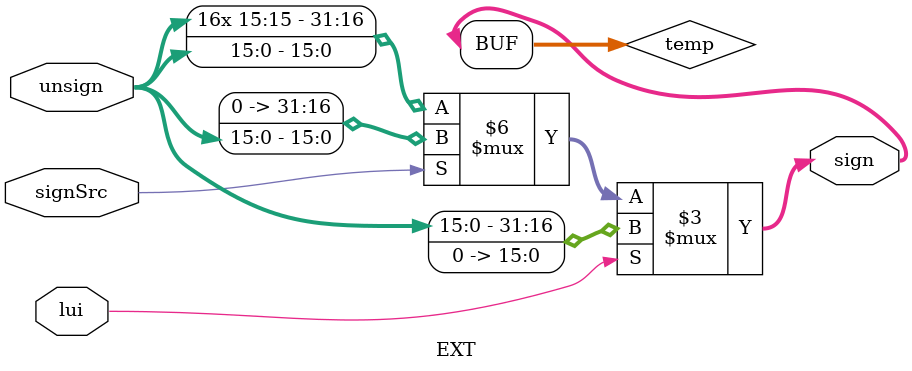
<source format=v>
`timescale 1ns / 1ps
module EXT(
   input [15:0] unsign,
	input signSrc,
	input lui,
   output [31:0] sign
   );
	reg [31:0] temp;
	assign sign = temp;
	
	always@(*)
	begin
		if(signSrc)
		temp = {16'b0,unsign};
		else
		temp = {{16{unsign[15]}},unsign};
		if(lui)
		temp =  {unsign,16'b0};
	end
endmodule

</source>
